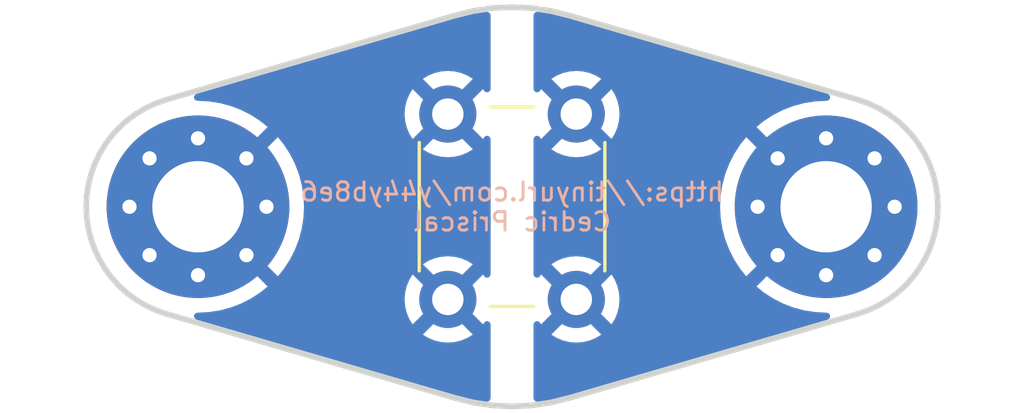
<source format=kicad_pcb>
(kicad_pcb (version 20221018) (generator pcbnew)
  (layers (0 "F.Cu" signal) (31 "B.Cu" signal) (34 "B.Paste" user) (35 "F.Paste" user) (36 "B.SilkS" user "B.Silkscreen") (37 "F.SilkS" user "F.Silkscreen") (38 "B.Mask" user) (39 "F.Mask" user) (44 "Edge.Cuts" user))
  (net 0 "")
  (net 1 "Net-(H1-Pad1)")
  (net 2 "Net-(H2-Pad1)")
  (footprint "MountingHole:MountingHole_3.2mm_M3_Pad_Via" (layer "F.Cu") (at 145.21 87.63)
    (fp_text reference "H1" hide)
    (fp_text value "MountingHole_Pad")
    (pad "1" thru_hole circle (at -2.4 0) (size 0.8 0.8) (drill 0.5) (layers "*.Cu" "*.Mask") (net 1 "Net-(H1-Pad1)"))
    (pad "1" thru_hole circle (at -1.697056 -1.697056) (size 0.8 0.8) (drill 0.5) (layers "*.Cu" "*.Mask") (net 1 "Net-(H1-Pad1)"))
    (pad "1" thru_hole circle (at -1.697056 1.697056) (size 0.8 0.8) (drill 0.5) (layers "*.Cu" "*.Mask") (net 1 "Net-(H1-Pad1)"))
    (pad "1" thru_hole circle (at 0 -2.4) (size 0.8 0.8) (drill 0.5) (layers "*.Cu" "*.Mask") (net 1 "Net-(H1-Pad1)"))
    (pad "1" thru_hole circle (at 0 0) (size 6.4 6.4) (drill 3.2) (layers "*.Cu" "*.Mask") (net 1 "Net-(H1-Pad1)"))
    (pad "1" thru_hole circle (at 0 2.4) (size 0.8 0.8) (drill 0.5) (layers "*.Cu" "*.Mask") (net 1 "Net-(H1-Pad1)"))
    (pad "1" thru_hole circle (at 1.697056 -1.697056) (size 0.8 0.8) (drill 0.5) (layers "*.Cu" "*.Mask") (net 1 "Net-(H1-Pad1)"))
    (pad "1" thru_hole circle (at 1.697056 1.697056) (size 0.8 0.8) (drill 0.5) (layers "*.Cu" "*.Mask") (net 1 "Net-(H1-Pad1)"))
    (pad "1" thru_hole circle (at 2.4 0) (size 0.8 0.8) (drill 0.5) (layers "*.Cu" "*.Mask") (net 1 "Net-(H1-Pad1)"))
  )
  (footprint "MountingHole:MountingHole_3.2mm_M3_Pad_Via" (layer "F.Cu") (at 167.21 87.63)
    (fp_text reference "H2" hide)
    (fp_text value "MountingHole_Pad")
    (pad "1" thru_hole circle (at -2.4 0) (size 0.8 0.8) (drill 0.5) (layers "*.Cu" "*.Mask") (net 2 "Net-(H2-Pad1)"))
    (pad "1" thru_hole circle (at -1.697056 -1.697056) (size 0.8 0.8) (drill 0.5) (layers "*.Cu" "*.Mask") (net 2 "Net-(H2-Pad1)"))
    (pad "1" thru_hole circle (at -1.697056 1.697056) (size 0.8 0.8) (drill 0.5) (layers "*.Cu" "*.Mask") (net 2 "Net-(H2-Pad1)"))
    (pad "1" thru_hole circle (at 0 -2.4) (size 0.8 0.8) (drill 0.5) (layers "*.Cu" "*.Mask") (net 2 "Net-(H2-Pad1)"))
    (pad "1" thru_hole circle (at 0 0) (size 6.4 6.4) (drill 3.2) (layers "*.Cu" "*.Mask") (net 2 "Net-(H2-Pad1)"))
    (pad "1" thru_hole circle (at 0 2.4) (size 0.8 0.8) (drill 0.5) (layers "*.Cu" "*.Mask") (net 2 "Net-(H2-Pad1)"))
    (pad "1" thru_hole circle (at 1.697056 -1.697056) (size 0.8 0.8) (drill 0.5) (layers "*.Cu" "*.Mask") (net 2 "Net-(H2-Pad1)"))
    (pad "1" thru_hole circle (at 1.697056 1.697056) (size 0.8 0.8) (drill 0.5) (layers "*.Cu" "*.Mask") (net 2 "Net-(H2-Pad1)"))
    (pad "1" thru_hole circle (at 2.4 0) (size 0.8 0.8) (drill 0.5) (layers "*.Cu" "*.Mask") (net 2 "Net-(H2-Pad1)"))
  )
  (footprint "Button_Switch_THT:SW_PUSH_6mm" (layer "F.Cu") (at 153.96 90.88 90)
    (fp_text reference "SW1" hide)
    (fp_text value "SW_Push_Dual")
    (fp_line (start -0.25 1.5) (end -0.25 3) (stroke (width 0.12)) (layer "F.SilkS"))
    (fp_line (start 1 5.5) (end 5.5 5.5) (stroke (width 0.12)) (layer "F.SilkS"))
    (fp_line (start 5.5 -1) (end 1 -1) (stroke (width 0.12)) (layer "F.SilkS"))
    (fp_line (start 6.75 3) (end 6.75 1.5) (stroke (width 0.12)) (layer "F.SilkS"))
    (pad "1" thru_hole circle (at 0 0 180) (size 2 2) (drill 1.1) (layers "*.Cu" "*.Mask") (net 1 "Net-(H1-Pad1)"))
    (pad "1" thru_hole circle (at 6.5 0 180) (size 2 2) (drill 1.1) (layers "*.Cu" "*.Mask") (net 1 "Net-(H1-Pad1)"))
    (pad "2" thru_hole circle (at 0 4.5 180) (size 2 2) (drill 1.1) (layers "*.Cu" "*.Mask") (net 2 "Net-(H2-Pad1)"))
    (pad "2" thru_hole circle (at 6.5 4.5 180) (size 2 2) (drill 1.1) (layers "*.Cu" "*.Mask") (net 2 "Net-(H2-Pad1)"))
  )
  (gr_line (start 154.84437 80.76451) (end 154.17802 80.93142) (stroke (width 0.2)) (layer "Edge.Cuts"))
  (gr_line (start 144.0733 91.37721) (end 154.17802 94.32858) (stroke (width 0.2)) (layer "Edge.Cuts"))
  (gr_line (start 156.896111 94.59628) (end 157.57563 94.49549) (stroke (width 0.2)) (layer "Edge.Cuts"))
  (gr_line (start 170.4659 89.80551) (end 170.6634 89.4759) (stroke (width 0.2)) (layer "Edge.Cuts"))
  (gr_line (start 143.7115 84.01225) (end 143.3641 84.17655) (stroke (width 0.2)) (layer "Edge.Cuts"))
  (gr_line (start 141.3694 86.866069) (end 141.313 87.246196) (stroke (width 0.2)) (layer "Edge.Cuts"))
  (gr_line (start 158.24198 80.93142) (end 157.57563 80.76451) (stroke (width 0.2)) (layer "Edge.Cuts"))
  (gr_line (start 156.21 94.63) (end 156.896111 94.59628) (stroke (width 0.2)) (layer "Edge.Cuts"))
  (gr_line (start 142.183 90.11418) (end 142.4411 90.39891) (stroke (width 0.2)) (layer "Edge.Cuts"))
  (gr_line (start 169.9789 90.39891) (end 170.237 90.11418) (stroke (width 0.2)) (layer "Edge.Cuts"))
  (gr_line (start 141.4628 86.4933) (end 141.3694 86.866069) (stroke (width 0.2)) (layer "Edge.Cuts"))
  (gr_line (start 169.0559 84.17655) (end 168.7085 84.01225) (stroke (width 0.2)) (layer "Edge.Cuts"))
  (gr_line (start 143.0345 90.88589) (end 143.3641 91.08345) (stroke (width 0.2)) (layer "Edge.Cuts"))
  (gr_line (start 156.896111 80.66372) (end 156.21 80.63) (stroke (width 0.2)) (layer "Edge.Cuts"))
  (gr_line (start 170.9572 86.4933) (end 170.8278 86.13148) (stroke (width 0.2)) (layer "Edge.Cuts"))
  (gr_line (start 141.9541 89.80551) (end 142.183 90.11418) (stroke (width 0.2)) (layer "Edge.Cuts"))
  (gr_line (start 156.21 80.63) (end 155.523889 80.66372) (stroke (width 0.2)) (layer "Edge.Cuts"))
  (gr_line (start 170.9572 88.7667) (end 171.0506 88.393931) (stroke (width 0.2)) (layer "Edge.Cuts"))
  (gr_line (start 141.5922 89.12852) (end 141.7566 89.4759) (stroke (width 0.2)) (layer "Edge.Cuts"))
  (gr_line (start 168.3467 83.88279) (end 158.24198 80.93142) (stroke (width 0.2)) (layer "Edge.Cuts"))
  (gr_line (start 141.4628 88.7667) (end 141.5922 89.12852) (stroke (width 0.2)) (layer "Edge.Cuts"))
  (gr_line (start 141.313 87.246196) (end 141.2942 87.63) (stroke (width 0.2)) (layer "Edge.Cuts"))
  (gr_line (start 169.3855 84.37411) (end 169.0559 84.17655) (stroke (width 0.2)) (layer "Edge.Cuts"))
  (gr_line (start 171.0506 88.393931) (end 171.107 88.013804) (stroke (width 0.2)) (layer "Edge.Cuts"))
  (gr_line (start 169.9789 84.86109) (end 169.6942 84.60302) (stroke (width 0.2)) (layer "Edge.Cuts"))
  (gr_line (start 171.107 87.246196) (end 171.0506 86.866069) (stroke (width 0.2)) (layer "Edge.Cuts"))
  (gr_line (start 157.57563 80.76451) (end 156.896111 80.66372) (stroke (width 0.2)) (layer "Edge.Cuts"))
  (gr_line (start 171.107 88.013804) (end 171.1258 87.63) (stroke (width 0.2)) (layer "Edge.Cuts"))
  (gr_line (start 169.6942 84.60302) (end 169.3855 84.37411) (stroke (width 0.2)) (layer "Edge.Cuts"))
  (gr_line (start 141.7566 89.4759) (end 141.9541 89.80551) (stroke (width 0.2)) (layer "Edge.Cuts"))
  (gr_line (start 171.0506 86.866069) (end 170.9572 86.4933) (stroke (width 0.2)) (layer "Edge.Cuts"))
  (gr_line (start 169.0559 91.08345) (end 169.3855 90.88589) (stroke (width 0.2)) (layer "Edge.Cuts"))
  (gr_line (start 155.523889 94.59628) (end 156.21 94.63) (stroke (width 0.2)) (layer "Edge.Cuts"))
  (gr_line (start 170.237 90.11418) (end 170.4659 89.80551) (stroke (width 0.2)) (layer "Edge.Cuts"))
  (gr_line (start 155.523889 80.66372) (end 154.84437 80.76451) (stroke (width 0.2)) (layer "Edge.Cuts"))
  (gr_line (start 157.57563 94.49549) (end 158.24198 94.32858) (stroke (width 0.2)) (layer "Edge.Cuts"))
  (gr_line (start 170.6634 85.7841) (end 170.4659 85.45449) (stroke (width 0.2)) (layer "Edge.Cuts"))
  (gr_line (start 141.5922 86.13148) (end 141.4628 86.4933) (stroke (width 0.2)) (layer "Edge.Cuts"))
  (gr_line (start 142.4411 84.86109) (end 142.183 85.14582) (stroke (width 0.2)) (layer "Edge.Cuts"))
  (gr_line (start 142.4411 90.39891) (end 142.7258 90.65698) (stroke (width 0.2)) (layer "Edge.Cuts"))
  (gr_line (start 142.183 85.14582) (end 141.9541 85.45449) (stroke (width 0.2)) (layer "Edge.Cuts"))
  (gr_line (start 158.24198 94.32858) (end 168.3467 91.37721) (stroke (width 0.2)) (layer "Edge.Cuts"))
  (gr_line (start 169.6942 90.65698) (end 169.9789 90.39891) (stroke (width 0.2)) (layer "Edge.Cuts"))
  (gr_line (start 142.7258 84.60302) (end 142.4411 84.86109) (stroke (width 0.2)) (layer "Edge.Cuts"))
  (gr_line (start 169.3855 90.88589) (end 169.6942 90.65698) (stroke (width 0.2)) (layer "Edge.Cuts"))
  (gr_line (start 143.7115 91.24775) (end 144.0733 91.37721) (stroke (width 0.2)) (layer "Edge.Cuts"))
  (gr_line (start 141.7566 85.7841) (end 141.5922 86.13148) (stroke (width 0.2)) (layer "Edge.Cuts"))
  (gr_line (start 168.7085 84.01225) (end 168.3467 83.88279) (stroke (width 0.2)) (layer "Edge.Cuts"))
  (gr_line (start 142.7258 90.65698) (end 143.0345 90.88589) (stroke (width 0.2)) (layer "Edge.Cuts"))
  (gr_line (start 143.3641 84.17655) (end 143.0345 84.37411) (stroke (width 0.2)) (layer "Edge.Cuts"))
  (gr_line (start 168.7085 91.24775) (end 169.0559 91.08345) (stroke (width 0.2)) (layer "Edge.Cuts"))
  (gr_line (start 154.17802 80.93142) (end 144.0733 83.88279) (stroke (width 0.2)) (layer "Edge.Cuts"))
  (gr_line (start 141.9541 85.45449) (end 141.7566 85.7841) (stroke (width 0.2)) (layer "Edge.Cuts"))
  (gr_line (start 170.6634 89.4759) (end 170.8278 89.12852) (stroke (width 0.2)) (layer "Edge.Cuts"))
  (gr_line (start 154.84437 94.49549) (end 155.523889 94.59628) (stroke (width 0.2)) (layer "Edge.Cuts"))
  (gr_line (start 170.237 85.14582) (end 169.9789 84.86109) (stroke (width 0.2)) (layer "Edge.Cuts"))
  (gr_line (start 171.1258 87.63) (end 171.107 87.246196) (stroke (width 0.2)) (layer "Edge.Cuts"))
  (gr_line (start 154.17802 94.32858) (end 154.84437 94.49549) (stroke (width 0.2)) (layer "Edge.Cuts"))
  (gr_line (start 168.3467 91.37721) (end 168.7085 91.24775) (stroke (width 0.2)) (layer "Edge.Cuts"))
  (gr_line (start 170.8278 86.13148) (end 170.6634 85.7841) (stroke (width 0.2)) (layer "Edge.Cuts"))
  (gr_line (start 141.313 88.013804) (end 141.3694 88.393931) (stroke (width 0.2)) (layer "Edge.Cuts"))
  (gr_line (start 144.0733 83.88279) (end 143.7115 84.01225) (stroke (width 0.2)) (layer "Edge.Cuts"))
  (gr_line (start 170.8278 89.12852) (end 170.9572 88.7667) (stroke (width 0.2)) (layer "Edge.Cuts"))
  (gr_line (start 170.4659 85.45449) (end 170.237 85.14582) (stroke (width 0.2)) (layer "Edge.Cuts"))
  (gr_line (start 141.2942 87.63) (end 141.313 88.013804) (stroke (width 0.2)) (layer "Edge.Cuts"))
  (gr_line (start 143.3641 91.08345) (end 143.7115 91.24775) (stroke (width 0.2)) (layer "Edge.Cuts"))
  (gr_line (start 141.3694 88.393931) (end 141.4628 88.7667) (stroke (width 0.2)) (layer "Edge.Cuts"))
  (gr_line (start 143.0345 84.37411) (end 142.7258 84.60302) (stroke (width 0.2)) (layer "Edge.Cuts"))
  (gr_text "https://tinyurl.com/y44yb8e6\nCedric Priscal" (at 156.21 87.63) (layer "B.SilkS") (effects (font (size 0.65 0.65) (thickness 0.1)) (justify mirror)))
  (zone (net 2) (net_name "Net-(H2-Pad1)") (layer "B.Cu") (connect_pads (clearance 0.508)) (min_thickness 0.254) (fill yes (thermal_gap 0.508) (thermal_bridge_width 0.508))
    (polygon (pts (xy 171.46 94.88) (xy 156.96 94.88) (xy 156.96 80.38) (xy 171.46 80.38)))
  )
  (zone (net 1) (net_name "Net-(H1-Pad1)") (layer "B.Cu") (connect_pads (clearance 0.508)) (min_thickness 0.254) (fill yes (thermal_gap 0.508) (thermal_bridge_width 0.508))
    (polygon (pts (xy 155.46 94.88) (xy 140.96 94.88) (xy 140.96 80.38) (xy 155.46 80.38)))
  )
)
</source>
